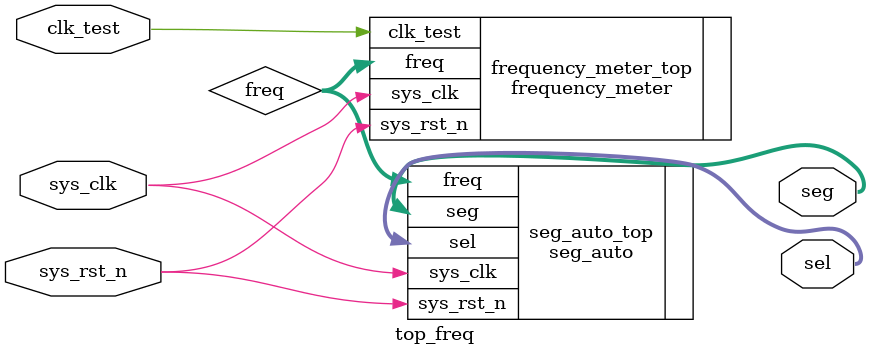
<source format=v>
module top_freq(
    input sys_clk,
    input sys_rst_n,
    input clk_test,
    output wire[7:0] seg,
    output wire[7:0] sel
);

wire [31:0] freq;
frequency_meter frequency_meter_top(
    .sys_clk(sys_clk),
    .sys_rst_n(sys_rst_n),
    .clk_test(clk_test),//´ý²âÐÅºÅ
    .freq(freq)
);

seg_auto seg_auto_top(
    .sys_clk(sys_clk),
    .sys_rst_n(sys_rst_n),
    .freq(freq),
    .seg(seg),
    .sel(sel)
);
endmodule
</source>
